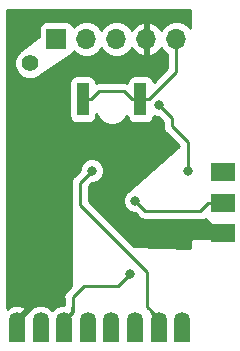
<source format=gbr>
%TF.GenerationSoftware,KiCad,Pcbnew,(5.0.2)-1*%
%TF.CreationDate,2019-01-25T23:08:12+01:00*%
%TF.ProjectId,HM-LC-Sw1-Pl-DN-R1_S26,484d2d4c-432d-4537-9731-2d506c2d444e,rev?*%
%TF.SameCoordinates,Original*%
%TF.FileFunction,Copper,L1,Top*%
%TF.FilePolarity,Positive*%
%FSLAX46Y46*%
G04 Gerber Fmt 4.6, Leading zero omitted, Abs format (unit mm)*
G04 Created by KiCad (PCBNEW (5.0.2)-1) date 25.01.2019 23:08:12*
%MOMM*%
%LPD*%
G01*
G04 APERTURE LIST*
%ADD10R,1.350000X1.800000*%
%ADD11C,1.350000*%
%ADD12R,1.000000X2.750000*%
%ADD13R,2.000000X1.500000*%
%ADD14R,1.700000X1.700000*%
%ADD15O,1.700000X1.700000*%
%ADD16C,1.400000*%
%ADD17C,0.800000*%
%ADD18C,0.250000*%
%ADD19C,0.300000*%
%ADD20C,0.254000*%
G04 APERTURE END LIST*
D10*
X157965040Y-120643520D03*
X155965040Y-120643520D03*
X153965040Y-120643520D03*
X151965040Y-120643520D03*
X149965040Y-120643520D03*
X147965040Y-120643520D03*
X145965040Y-120643520D03*
D11*
X157965040Y-119643520D03*
X155965040Y-119643520D03*
X153965040Y-119643520D03*
X151965040Y-119643520D03*
X149965040Y-119643520D03*
X147965040Y-119643520D03*
X145965040Y-119643520D03*
D10*
X159965040Y-120643520D03*
D11*
X159965040Y-119643520D03*
D12*
X156418280Y-100939600D03*
X151518280Y-100939600D03*
D13*
X163372800Y-112268000D03*
X163372800Y-107111800D03*
X163372800Y-109702600D03*
D14*
X149301200Y-95834200D03*
D15*
X151841200Y-95834200D03*
X154381200Y-95834200D03*
X156921200Y-95834200D03*
X159461200Y-95834200D03*
D16*
X147066000Y-97891600D03*
D17*
X158993840Y-112003840D03*
X145968720Y-116545360D03*
X149316440Y-115686840D03*
X156773880Y-105699560D03*
X148793200Y-104333040D03*
X155503880Y-115727480D03*
X152298400Y-106984800D03*
X155956000Y-109524800D03*
X157977840Y-101417120D03*
X160426400Y-107050840D03*
D18*
X147965040Y-119643520D02*
X147965040Y-120643520D01*
X155668280Y-100939600D02*
X155002800Y-100274120D01*
X156418280Y-100939600D02*
X155668280Y-100939600D01*
X152268280Y-100939600D02*
X151518280Y-100939600D01*
X152933760Y-100274120D02*
X152268280Y-100939600D01*
X155002800Y-100274120D02*
X152933760Y-100274120D01*
X159461200Y-97036281D02*
X159461200Y-95834200D01*
X159461200Y-98646680D02*
X159461200Y-97036281D01*
X157168280Y-100939600D02*
X159461200Y-98646680D01*
X156418280Y-100939600D02*
X157168280Y-100939600D01*
X160655000Y-112268000D02*
X163372800Y-112268000D01*
X162331400Y-112268000D02*
X162204400Y-112141000D01*
X162331400Y-112268000D02*
X163372800Y-112268000D01*
X163372800Y-112268000D02*
X162356800Y-112268000D01*
X162356800Y-112268000D02*
X162229800Y-112395000D01*
X160578800Y-112420400D02*
X162052000Y-112420400D01*
X160578800Y-112649000D02*
X160578800Y-112420400D01*
X162326320Y-112476280D02*
X162153600Y-112649000D01*
X162326320Y-111861600D02*
X162326320Y-112476280D01*
X162122800Y-112268000D02*
X162026600Y-112171800D01*
X162026600Y-112171800D02*
X162026600Y-112064800D01*
X162026600Y-112064800D02*
X161010600Y-112064800D01*
X160807400Y-111861600D02*
X162326320Y-111861600D01*
X162026600Y-112171800D02*
X162026600Y-112146080D01*
X162026600Y-112146080D02*
X162148520Y-112024160D01*
X161899600Y-112649000D02*
X162331400Y-112649000D01*
X161899600Y-112649000D02*
X160578800Y-112649000D01*
X162153600Y-112649000D02*
X161899600Y-112649000D01*
X145965040Y-119643520D02*
X145965040Y-120643520D01*
X163372800Y-112268000D02*
X163093400Y-112268000D01*
D19*
X163093400Y-112268000D02*
X161945320Y-111119920D01*
D18*
X161945320Y-111119920D02*
X161945320Y-111490760D01*
X162123120Y-111668560D02*
X162133280Y-111668560D01*
X161945320Y-111490760D02*
X161950400Y-111495840D01*
X161950400Y-111495840D02*
X162123120Y-111668560D01*
X162133280Y-111668560D02*
X162275520Y-111810800D01*
X162275520Y-111810800D02*
X162326320Y-111861600D01*
X162732720Y-112268000D02*
X162275520Y-111810800D01*
X162732720Y-112268000D02*
X162326320Y-111861600D01*
X163372800Y-112268000D02*
X162732720Y-112268000D01*
X161950400Y-112095600D02*
X161950400Y-111495840D01*
X162122800Y-112268000D02*
X161950400Y-112095600D01*
X163372800Y-112268000D02*
X162122800Y-112268000D01*
X145965040Y-119643520D02*
X146137000Y-119643520D01*
X146137000Y-119643520D02*
X146700240Y-119080280D01*
X153965040Y-119643520D02*
X153965040Y-120643520D01*
X149994600Y-119650000D02*
X150669599Y-118975001D01*
X150640039Y-118561200D02*
X150669599Y-118531640D01*
X150640039Y-118968521D02*
X150640039Y-118561200D01*
X149965040Y-119643520D02*
X150640039Y-118968521D01*
X150669599Y-118975001D02*
X150669599Y-118531640D01*
X150669599Y-118531640D02*
X150669599Y-117706801D01*
X150669599Y-117706801D02*
X150674679Y-117706801D01*
X150674679Y-117706801D02*
X151638000Y-116743480D01*
X151638000Y-116743480D02*
X154487880Y-116743480D01*
X154487880Y-116743480D02*
X155503880Y-115727480D01*
X155503880Y-115727480D02*
X155503880Y-115727480D01*
X149965040Y-119643520D02*
X149965040Y-120643520D01*
X151965040Y-119643520D02*
X151965040Y-120643520D01*
X159965040Y-119643520D02*
X159965040Y-120643520D01*
X157994600Y-119650000D02*
X157319601Y-118975001D01*
X152298400Y-106984800D02*
X152298400Y-106984800D01*
X157965040Y-119620440D02*
X157319601Y-118975001D01*
X157965040Y-119643520D02*
X157965040Y-119620440D01*
X157965040Y-119643520D02*
X157965040Y-120643520D01*
X157965040Y-119493520D02*
X156982160Y-118510640D01*
X157965040Y-120643520D02*
X157965040Y-119493520D01*
X156982160Y-118510640D02*
X156982160Y-115595400D01*
X156982160Y-115595400D02*
X151292560Y-109905800D01*
X151292560Y-107990640D02*
X152298400Y-106984800D01*
X151292560Y-109905800D02*
X151292560Y-107990640D01*
X155965040Y-119643520D02*
X155965040Y-120643520D01*
X163372800Y-109702600D02*
X163122800Y-109702600D01*
X160832800Y-110363000D02*
X160832800Y-110363000D01*
X156794200Y-110363000D02*
X155956000Y-109524800D01*
X161462400Y-110363000D02*
X156794200Y-110363000D01*
X163372800Y-109702600D02*
X162122800Y-109702600D01*
X162122800Y-109702600D02*
X161462400Y-110363000D01*
X159075120Y-103210360D02*
X159075120Y-103210360D01*
X159075120Y-103210360D02*
X159075120Y-103068120D01*
X159075120Y-102514400D02*
X157977840Y-101417120D01*
X159075120Y-103210360D02*
X159075120Y-102514400D01*
X160426400Y-104561640D02*
X159075120Y-103210360D01*
X160426400Y-107050840D02*
X160426400Y-104561640D01*
D20*
G36*
X160605401Y-93368771D02*
X160605401Y-94873689D01*
X160531825Y-94763575D01*
X160040618Y-94435361D01*
X159607456Y-94349200D01*
X159314944Y-94349200D01*
X158881782Y-94435361D01*
X158390575Y-94763575D01*
X158177357Y-95082678D01*
X158116383Y-94952842D01*
X157688124Y-94562555D01*
X157278090Y-94392724D01*
X157048200Y-94514045D01*
X157048200Y-95707200D01*
X157068200Y-95707200D01*
X157068200Y-95961200D01*
X157048200Y-95961200D01*
X157048200Y-97154355D01*
X157278090Y-97275676D01*
X157688124Y-97105845D01*
X158116383Y-96715558D01*
X158177357Y-96585722D01*
X158390575Y-96904825D01*
X158701201Y-97112379D01*
X158701200Y-98331878D01*
X157549587Y-99483492D01*
X157516437Y-99316835D01*
X157376089Y-99106791D01*
X157166045Y-98966443D01*
X156918280Y-98917160D01*
X155918280Y-98917160D01*
X155670515Y-98966443D01*
X155460471Y-99106791D01*
X155320123Y-99316835D01*
X155273146Y-99553006D01*
X155077652Y-99514120D01*
X155077647Y-99514120D01*
X155002800Y-99499232D01*
X154927953Y-99514120D01*
X153008608Y-99514120D01*
X152933760Y-99499232D01*
X152858912Y-99514120D01*
X152858908Y-99514120D01*
X152685365Y-99548640D01*
X152663414Y-99553006D01*
X152616437Y-99316835D01*
X152476089Y-99106791D01*
X152266045Y-98966443D01*
X152018280Y-98917160D01*
X151018280Y-98917160D01*
X150770515Y-98966443D01*
X150560471Y-99106791D01*
X150420123Y-99316835D01*
X150370840Y-99564600D01*
X150370840Y-102314600D01*
X150420123Y-102562365D01*
X150560471Y-102772409D01*
X150770515Y-102912757D01*
X151018280Y-102962040D01*
X152018280Y-102962040D01*
X152266045Y-102912757D01*
X152476089Y-102772409D01*
X152616437Y-102562365D01*
X152665720Y-102314600D01*
X152665720Y-102178915D01*
X152783666Y-102463662D01*
X153187338Y-102867334D01*
X153714761Y-103085800D01*
X154285639Y-103085800D01*
X154813062Y-102867334D01*
X155216734Y-102463662D01*
X155273318Y-102327057D01*
X155320123Y-102562365D01*
X155460471Y-102772409D01*
X155670515Y-102912757D01*
X155918280Y-102962040D01*
X156918280Y-102962040D01*
X157166045Y-102912757D01*
X157376089Y-102772409D01*
X157516437Y-102562365D01*
X157556147Y-102362725D01*
X157771966Y-102452120D01*
X157938039Y-102452120D01*
X158315120Y-102829202D01*
X158315120Y-103135508D01*
X158300231Y-103210360D01*
X158359216Y-103506897D01*
X158484790Y-103694832D01*
X158527191Y-103758289D01*
X158590650Y-103800691D01*
X159652662Y-104862703D01*
X155333571Y-108667503D01*
X155300552Y-108713327D01*
X155299716Y-108717373D01*
X155078569Y-108938520D01*
X154921000Y-109318926D01*
X154921000Y-109730674D01*
X155078569Y-110111080D01*
X155369720Y-110402231D01*
X155750126Y-110559800D01*
X155916198Y-110559800D01*
X156203871Y-110847473D01*
X156246271Y-110910929D01*
X156309727Y-110953329D01*
X156497662Y-111078904D01*
X156545805Y-111088480D01*
X156719348Y-111123000D01*
X156719352Y-111123000D01*
X156794200Y-111137888D01*
X156869048Y-111123000D01*
X161229145Y-111123000D01*
X161239200Y-111125000D01*
X161397608Y-111125000D01*
X161462400Y-111137888D01*
X161527192Y-111125000D01*
X161867775Y-111125000D01*
X161834473Y-111158302D01*
X161737800Y-111391691D01*
X161737800Y-111982250D01*
X161896550Y-112141000D01*
X163245800Y-112141000D01*
X163245800Y-112121000D01*
X163499800Y-112121000D01*
X163499800Y-112141000D01*
X163519800Y-112141000D01*
X163519800Y-112395000D01*
X163499800Y-112395000D01*
X163499800Y-112415000D01*
X163245800Y-112415000D01*
X163245800Y-112395000D01*
X161896550Y-112395000D01*
X161819150Y-112472400D01*
X161385325Y-112472400D01*
X161315400Y-112458491D01*
X161245474Y-112472400D01*
X161038372Y-112513595D01*
X160803519Y-112670519D01*
X160646595Y-112905372D01*
X160591491Y-113182400D01*
X160605400Y-113252325D01*
X160605400Y-113518242D01*
X155860117Y-113398554D01*
X152052560Y-109590999D01*
X152052560Y-108305441D01*
X152338202Y-108019800D01*
X152504274Y-108019800D01*
X152884680Y-107862231D01*
X153175831Y-107571080D01*
X153333400Y-107190674D01*
X153333400Y-106778926D01*
X153175831Y-106398520D01*
X152884680Y-106107369D01*
X152504274Y-105949800D01*
X152092526Y-105949800D01*
X151712120Y-106107369D01*
X151420969Y-106398520D01*
X151263400Y-106778926D01*
X151263400Y-106944998D01*
X150808088Y-107400311D01*
X150744632Y-107442711D01*
X150702232Y-107506167D01*
X150702231Y-107506168D01*
X150576657Y-107694103D01*
X150517672Y-107990640D01*
X150532561Y-108065492D01*
X150532560Y-109830953D01*
X150517672Y-109905800D01*
X150532560Y-109980647D01*
X150532560Y-109980651D01*
X150536634Y-110001131D01*
X150550438Y-116756240D01*
X150200438Y-117106241D01*
X150121670Y-117158872D01*
X149953695Y-117410264D01*
X149894710Y-117706801D01*
X149909599Y-117781653D01*
X149909599Y-118333520D01*
X149704465Y-118333520D01*
X149222985Y-118532956D01*
X148965040Y-118790901D01*
X148707095Y-118532956D01*
X148225615Y-118333520D01*
X147704465Y-118333520D01*
X147222985Y-118532956D01*
X146854476Y-118901465D01*
X146831690Y-118956475D01*
X146679645Y-119108520D01*
X146320435Y-119108520D01*
X146702582Y-118726373D01*
X146643821Y-118493192D01*
X146151940Y-118320998D01*
X145631606Y-118350145D01*
X145286259Y-118493192D01*
X145227499Y-118726371D01*
X145136809Y-118635681D01*
X145155385Y-97626052D01*
X145731000Y-97626052D01*
X145731000Y-98157148D01*
X145934242Y-98647817D01*
X146309783Y-99023358D01*
X146800452Y-99226600D01*
X147331548Y-99226600D01*
X147641491Y-99098217D01*
X147675228Y-99098149D01*
X147720970Y-99079094D01*
X147774682Y-99043048D01*
X147822217Y-99023358D01*
X147859344Y-98986231D01*
X150393050Y-97285854D01*
X150395545Y-97283037D01*
X150398965Y-97282357D01*
X150609009Y-97142009D01*
X150749357Y-96931965D01*
X150758384Y-96886581D01*
X150770575Y-96904825D01*
X151261782Y-97233039D01*
X151694944Y-97319200D01*
X151987456Y-97319200D01*
X152420618Y-97233039D01*
X152911825Y-96904825D01*
X153111200Y-96606439D01*
X153310575Y-96904825D01*
X153801782Y-97233039D01*
X154234944Y-97319200D01*
X154527456Y-97319200D01*
X154960618Y-97233039D01*
X155451825Y-96904825D01*
X155665043Y-96585722D01*
X155726017Y-96715558D01*
X156154276Y-97105845D01*
X156564310Y-97275676D01*
X156794200Y-97154355D01*
X156794200Y-95961200D01*
X156774200Y-95961200D01*
X156774200Y-95707200D01*
X156794200Y-95707200D01*
X156794200Y-94514045D01*
X156564310Y-94392724D01*
X156154276Y-94562555D01*
X155726017Y-94952842D01*
X155665043Y-95082678D01*
X155451825Y-94763575D01*
X154960618Y-94435361D01*
X154527456Y-94349200D01*
X154234944Y-94349200D01*
X153801782Y-94435361D01*
X153310575Y-94763575D01*
X153111200Y-95061961D01*
X152911825Y-94763575D01*
X152420618Y-94435361D01*
X151987456Y-94349200D01*
X151694944Y-94349200D01*
X151261782Y-94435361D01*
X150770575Y-94763575D01*
X150758384Y-94781819D01*
X150749357Y-94736435D01*
X150609009Y-94526391D01*
X150398965Y-94386043D01*
X150151200Y-94336760D01*
X148451200Y-94336760D01*
X148203435Y-94386043D01*
X147993391Y-94526391D01*
X147853043Y-94736435D01*
X147803760Y-94984200D01*
X147803760Y-95687589D01*
X147763944Y-95705742D01*
X146275504Y-96777622D01*
X146246514Y-96806670D01*
X146232870Y-96836755D01*
X145934242Y-97135383D01*
X145731000Y-97626052D01*
X145155385Y-97626052D01*
X145159158Y-93359467D01*
X160605401Y-93368771D01*
X160605401Y-93368771D01*
G37*
X160605401Y-93368771D02*
X160605401Y-94873689D01*
X160531825Y-94763575D01*
X160040618Y-94435361D01*
X159607456Y-94349200D01*
X159314944Y-94349200D01*
X158881782Y-94435361D01*
X158390575Y-94763575D01*
X158177357Y-95082678D01*
X158116383Y-94952842D01*
X157688124Y-94562555D01*
X157278090Y-94392724D01*
X157048200Y-94514045D01*
X157048200Y-95707200D01*
X157068200Y-95707200D01*
X157068200Y-95961200D01*
X157048200Y-95961200D01*
X157048200Y-97154355D01*
X157278090Y-97275676D01*
X157688124Y-97105845D01*
X158116383Y-96715558D01*
X158177357Y-96585722D01*
X158390575Y-96904825D01*
X158701201Y-97112379D01*
X158701200Y-98331878D01*
X157549587Y-99483492D01*
X157516437Y-99316835D01*
X157376089Y-99106791D01*
X157166045Y-98966443D01*
X156918280Y-98917160D01*
X155918280Y-98917160D01*
X155670515Y-98966443D01*
X155460471Y-99106791D01*
X155320123Y-99316835D01*
X155273146Y-99553006D01*
X155077652Y-99514120D01*
X155077647Y-99514120D01*
X155002800Y-99499232D01*
X154927953Y-99514120D01*
X153008608Y-99514120D01*
X152933760Y-99499232D01*
X152858912Y-99514120D01*
X152858908Y-99514120D01*
X152685365Y-99548640D01*
X152663414Y-99553006D01*
X152616437Y-99316835D01*
X152476089Y-99106791D01*
X152266045Y-98966443D01*
X152018280Y-98917160D01*
X151018280Y-98917160D01*
X150770515Y-98966443D01*
X150560471Y-99106791D01*
X150420123Y-99316835D01*
X150370840Y-99564600D01*
X150370840Y-102314600D01*
X150420123Y-102562365D01*
X150560471Y-102772409D01*
X150770515Y-102912757D01*
X151018280Y-102962040D01*
X152018280Y-102962040D01*
X152266045Y-102912757D01*
X152476089Y-102772409D01*
X152616437Y-102562365D01*
X152665720Y-102314600D01*
X152665720Y-102178915D01*
X152783666Y-102463662D01*
X153187338Y-102867334D01*
X153714761Y-103085800D01*
X154285639Y-103085800D01*
X154813062Y-102867334D01*
X155216734Y-102463662D01*
X155273318Y-102327057D01*
X155320123Y-102562365D01*
X155460471Y-102772409D01*
X155670515Y-102912757D01*
X155918280Y-102962040D01*
X156918280Y-102962040D01*
X157166045Y-102912757D01*
X157376089Y-102772409D01*
X157516437Y-102562365D01*
X157556147Y-102362725D01*
X157771966Y-102452120D01*
X157938039Y-102452120D01*
X158315120Y-102829202D01*
X158315120Y-103135508D01*
X158300231Y-103210360D01*
X158359216Y-103506897D01*
X158484790Y-103694832D01*
X158527191Y-103758289D01*
X158590650Y-103800691D01*
X159652662Y-104862703D01*
X155333571Y-108667503D01*
X155300552Y-108713327D01*
X155299716Y-108717373D01*
X155078569Y-108938520D01*
X154921000Y-109318926D01*
X154921000Y-109730674D01*
X155078569Y-110111080D01*
X155369720Y-110402231D01*
X155750126Y-110559800D01*
X155916198Y-110559800D01*
X156203871Y-110847473D01*
X156246271Y-110910929D01*
X156309727Y-110953329D01*
X156497662Y-111078904D01*
X156545805Y-111088480D01*
X156719348Y-111123000D01*
X156719352Y-111123000D01*
X156794200Y-111137888D01*
X156869048Y-111123000D01*
X161229145Y-111123000D01*
X161239200Y-111125000D01*
X161397608Y-111125000D01*
X161462400Y-111137888D01*
X161527192Y-111125000D01*
X161867775Y-111125000D01*
X161834473Y-111158302D01*
X161737800Y-111391691D01*
X161737800Y-111982250D01*
X161896550Y-112141000D01*
X163245800Y-112141000D01*
X163245800Y-112121000D01*
X163499800Y-112121000D01*
X163499800Y-112141000D01*
X163519800Y-112141000D01*
X163519800Y-112395000D01*
X163499800Y-112395000D01*
X163499800Y-112415000D01*
X163245800Y-112415000D01*
X163245800Y-112395000D01*
X161896550Y-112395000D01*
X161819150Y-112472400D01*
X161385325Y-112472400D01*
X161315400Y-112458491D01*
X161245474Y-112472400D01*
X161038372Y-112513595D01*
X160803519Y-112670519D01*
X160646595Y-112905372D01*
X160591491Y-113182400D01*
X160605400Y-113252325D01*
X160605400Y-113518242D01*
X155860117Y-113398554D01*
X152052560Y-109590999D01*
X152052560Y-108305441D01*
X152338202Y-108019800D01*
X152504274Y-108019800D01*
X152884680Y-107862231D01*
X153175831Y-107571080D01*
X153333400Y-107190674D01*
X153333400Y-106778926D01*
X153175831Y-106398520D01*
X152884680Y-106107369D01*
X152504274Y-105949800D01*
X152092526Y-105949800D01*
X151712120Y-106107369D01*
X151420969Y-106398520D01*
X151263400Y-106778926D01*
X151263400Y-106944998D01*
X150808088Y-107400311D01*
X150744632Y-107442711D01*
X150702232Y-107506167D01*
X150702231Y-107506168D01*
X150576657Y-107694103D01*
X150517672Y-107990640D01*
X150532561Y-108065492D01*
X150532560Y-109830953D01*
X150517672Y-109905800D01*
X150532560Y-109980647D01*
X150532560Y-109980651D01*
X150536634Y-110001131D01*
X150550438Y-116756240D01*
X150200438Y-117106241D01*
X150121670Y-117158872D01*
X149953695Y-117410264D01*
X149894710Y-117706801D01*
X149909599Y-117781653D01*
X149909599Y-118333520D01*
X149704465Y-118333520D01*
X149222985Y-118532956D01*
X148965040Y-118790901D01*
X148707095Y-118532956D01*
X148225615Y-118333520D01*
X147704465Y-118333520D01*
X147222985Y-118532956D01*
X146854476Y-118901465D01*
X146831690Y-118956475D01*
X146679645Y-119108520D01*
X146320435Y-119108520D01*
X146702582Y-118726373D01*
X146643821Y-118493192D01*
X146151940Y-118320998D01*
X145631606Y-118350145D01*
X145286259Y-118493192D01*
X145227499Y-118726371D01*
X145136809Y-118635681D01*
X145155385Y-97626052D01*
X145731000Y-97626052D01*
X145731000Y-98157148D01*
X145934242Y-98647817D01*
X146309783Y-99023358D01*
X146800452Y-99226600D01*
X147331548Y-99226600D01*
X147641491Y-99098217D01*
X147675228Y-99098149D01*
X147720970Y-99079094D01*
X147774682Y-99043048D01*
X147822217Y-99023358D01*
X147859344Y-98986231D01*
X150393050Y-97285854D01*
X150395545Y-97283037D01*
X150398965Y-97282357D01*
X150609009Y-97142009D01*
X150749357Y-96931965D01*
X150758384Y-96886581D01*
X150770575Y-96904825D01*
X151261782Y-97233039D01*
X151694944Y-97319200D01*
X151987456Y-97319200D01*
X152420618Y-97233039D01*
X152911825Y-96904825D01*
X153111200Y-96606439D01*
X153310575Y-96904825D01*
X153801782Y-97233039D01*
X154234944Y-97319200D01*
X154527456Y-97319200D01*
X154960618Y-97233039D01*
X155451825Y-96904825D01*
X155665043Y-96585722D01*
X155726017Y-96715558D01*
X156154276Y-97105845D01*
X156564310Y-97275676D01*
X156794200Y-97154355D01*
X156794200Y-95961200D01*
X156774200Y-95961200D01*
X156774200Y-95707200D01*
X156794200Y-95707200D01*
X156794200Y-94514045D01*
X156564310Y-94392724D01*
X156154276Y-94562555D01*
X155726017Y-94952842D01*
X155665043Y-95082678D01*
X155451825Y-94763575D01*
X154960618Y-94435361D01*
X154527456Y-94349200D01*
X154234944Y-94349200D01*
X153801782Y-94435361D01*
X153310575Y-94763575D01*
X153111200Y-95061961D01*
X152911825Y-94763575D01*
X152420618Y-94435361D01*
X151987456Y-94349200D01*
X151694944Y-94349200D01*
X151261782Y-94435361D01*
X150770575Y-94763575D01*
X150758384Y-94781819D01*
X150749357Y-94736435D01*
X150609009Y-94526391D01*
X150398965Y-94386043D01*
X150151200Y-94336760D01*
X148451200Y-94336760D01*
X148203435Y-94386043D01*
X147993391Y-94526391D01*
X147853043Y-94736435D01*
X147803760Y-94984200D01*
X147803760Y-95687589D01*
X147763944Y-95705742D01*
X146275504Y-96777622D01*
X146246514Y-96806670D01*
X146232870Y-96836755D01*
X145934242Y-97135383D01*
X145731000Y-97626052D01*
X145155385Y-97626052D01*
X145159158Y-93359467D01*
X160605401Y-93368771D01*
M02*

</source>
